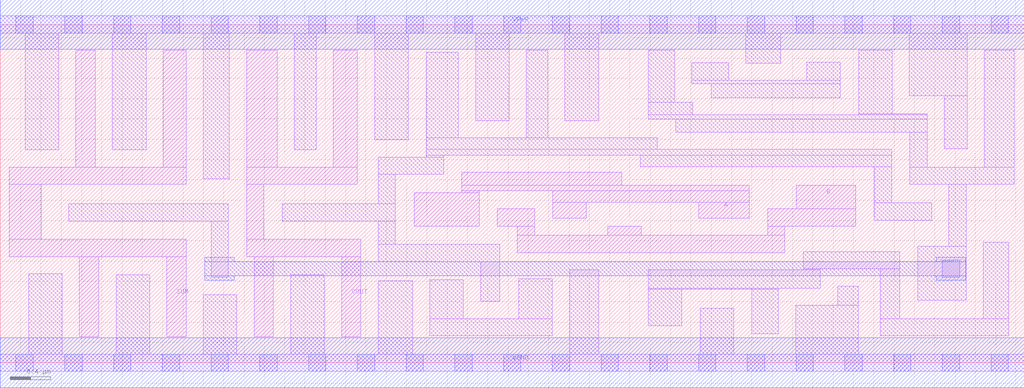
<source format=lef>
# Copyright 2020 The SkyWater PDK Authors
#
# Licensed under the Apache License, Version 2.0 (the "License");
# you may not use this file except in compliance with the License.
# You may obtain a copy of the License at
#
#     https://www.apache.org/licenses/LICENSE-2.0
#
# Unless required by applicable law or agreed to in writing, software
# distributed under the License is distributed on an "AS IS" BASIS,
# WITHOUT WARRANTIES OR CONDITIONS OF ANY KIND, either express or implied.
# See the License for the specific language governing permissions and
# limitations under the License.
#
# SPDX-License-Identifier: Apache-2.0

VERSION 5.7 ;
  NAMESCASESENSITIVE ON ;
  NOWIREEXTENSIONATPIN ON ;
  DIVIDERCHAR "/" ;
  BUSBITCHARS "[]" ;
UNITS
  DATABASE MICRONS 200 ;
END UNITS
MACRO sky130_fd_sc_lp__ha_4
  CLASS CORE ;
  FOREIGN sky130_fd_sc_lp__ha_4 ;
  ORIGIN  0.000000  0.000000 ;
  SIZE  10.08000 BY  3.330000 ;
  SYMMETRY X Y R90 ;
  SITE unit ;
  PIN A
    ANTENNAGATEAREA  1.260000 ;
    DIRECTION INPUT ;
    USE SIGNAL ;
    PORT
      LAYER li1 ;
        RECT 4.075000 1.345000 4.715000 1.675000 ;
        RECT 4.545000 1.675000 4.715000 1.695000 ;
        RECT 4.545000 1.695000 7.375000 1.750000 ;
        RECT 4.545000 1.750000 6.120000 1.875000 ;
        RECT 5.440000 1.425000 5.770000 1.580000 ;
        RECT 5.440000 1.580000 7.375000 1.695000 ;
        RECT 6.875000 1.425000 7.375000 1.580000 ;
    END
  END A
  PIN B
    ANTENNAGATEAREA  1.260000 ;
    DIRECTION INPUT ;
    USE SIGNAL ;
    PORT
      LAYER li1 ;
        RECT 4.895000 1.345000 5.260000 1.515000 ;
        RECT 5.090000 1.085000 7.725000 1.255000 ;
        RECT 5.090000 1.255000 5.260000 1.345000 ;
        RECT 5.980000 1.255000 6.310000 1.345000 ;
        RECT 7.555000 1.255000 7.725000 1.345000 ;
        RECT 7.555000 1.345000 8.425000 1.515000 ;
        RECT 7.835000 1.515000 8.425000 1.750000 ;
    END
  END B
  PIN COUT
    ANTENNADIFFAREA  1.176000 ;
    DIRECTION OUTPUT ;
    USE SIGNAL ;
    PORT
      LAYER li1 ;
        RECT 2.425000 1.045000 3.550000 1.215000 ;
        RECT 2.425000 1.215000 2.595000 1.755000 ;
        RECT 2.425000 1.755000 3.515000 1.925000 ;
        RECT 2.425000 1.925000 2.725000 3.075000 ;
        RECT 2.500000 0.255000 2.690000 1.045000 ;
        RECT 3.280000 1.925000 3.515000 3.075000 ;
        RECT 3.360000 0.255000 3.550000 1.045000 ;
    END
  END COUT
  PIN SUM
    ANTENNADIFFAREA  1.176000 ;
    DIRECTION OUTPUT ;
    USE SIGNAL ;
    PORT
      LAYER li1 ;
        RECT 0.090000 1.045000 1.830000 1.215000 ;
        RECT 0.090000 1.215000 0.405000 1.755000 ;
        RECT 0.090000 1.755000 1.830000 1.925000 ;
        RECT 0.745000 1.925000 0.935000 3.075000 ;
        RECT 0.780000 0.255000 0.970000 1.045000 ;
        RECT 1.605000 1.925000 1.830000 3.075000 ;
        RECT 1.640000 0.255000 1.830000 1.045000 ;
    END
  END SUM
  PIN VGND
    DIRECTION INOUT ;
    USE GROUND ;
    PORT
      LAYER met1 ;
        RECT 0.000000 -0.245000 10.080000 0.245000 ;
    END
  END VGND
  PIN VPWR
    DIRECTION INOUT ;
    USE POWER ;
    PORT
      LAYER met1 ;
        RECT 0.000000 3.085000 10.080000 3.575000 ;
    END
  END VPWR
  OBS
    LAYER li1 ;
      RECT 0.000000 -0.085000 10.080000 0.085000 ;
      RECT 0.000000  3.245000 10.080000 3.415000 ;
      RECT 0.245000  2.095000  0.575000 3.245000 ;
      RECT 0.280000  0.085000  0.610000 0.875000 ;
      RECT 0.675000  1.395000  2.245000 1.565000 ;
      RECT 1.105000  2.095000  1.435000 3.245000 ;
      RECT 1.140000  0.085000  1.470000 0.865000 ;
      RECT 2.000000  0.085000  2.330000 0.670000 ;
      RECT 2.000000  1.810000  2.255000 3.245000 ;
      RECT 2.075000  0.840000  2.245000 1.395000 ;
      RECT 2.775000  1.395000  3.890000 1.565000 ;
      RECT 2.860000  0.085000  3.190000 0.865000 ;
      RECT 2.895000  2.095000  3.110000 3.245000 ;
      RECT 3.685000  2.195000  4.015000 3.245000 ;
      RECT 3.720000  0.085000  4.060000 0.805000 ;
      RECT 3.720000  0.995000  4.920000 1.165000 ;
      RECT 3.720000  1.165000  3.890000 1.395000 ;
      RECT 3.720000  1.565000  3.890000 1.855000 ;
      RECT 3.720000  1.855000  4.365000 2.025000 ;
      RECT 4.195000  2.025000  4.365000 2.045000 ;
      RECT 4.195000  2.045000  8.775000 2.100000 ;
      RECT 4.195000  2.100000  6.470000 2.215000 ;
      RECT 4.195000  2.215000  4.510000 3.055000 ;
      RECT 4.230000  0.265000  5.435000 0.435000 ;
      RECT 4.230000  0.435000  4.560000 0.815000 ;
      RECT 4.680000  2.385000  5.010000 3.245000 ;
      RECT 4.730000  0.605000  4.920000 0.995000 ;
      RECT 5.105000  0.435000  5.435000 0.825000 ;
      RECT 5.180000  2.215000  5.390000 3.075000 ;
      RECT 5.560000  2.385000  5.890000 3.245000 ;
      RECT 5.605000  0.085000  5.890000 0.915000 ;
      RECT 6.300000  1.930000  8.775000 2.045000 ;
      RECT 6.380000  0.365000  6.710000 0.725000 ;
      RECT 6.380000  0.725000  7.660000 0.735000 ;
      RECT 6.380000  0.735000  8.075000 0.915000 ;
      RECT 6.380000  2.395000  9.125000 2.440000 ;
      RECT 6.380000  2.440000  6.820000 2.565000 ;
      RECT 6.380000  2.565000  6.640000 3.075000 ;
      RECT 6.650000  2.270000  9.125000 2.395000 ;
      RECT 6.810000  2.745000  8.270000 2.780000 ;
      RECT 6.810000  2.780000  7.170000 2.955000 ;
      RECT 6.890000  0.085000  7.220000 0.535000 ;
      RECT 7.000000  2.610000  8.270000 2.745000 ;
      RECT 7.340000  2.950000  7.685000 3.245000 ;
      RECT 7.400000  0.285000  7.660000 0.725000 ;
      RECT 7.830000  0.085000  8.445000 0.565000 ;
      RECT 7.905000  0.915000  8.075000 0.925000 ;
      RECT 7.905000  0.925000  8.855000 1.095000 ;
      RECT 7.940000  2.780000  8.270000 2.960000 ;
      RECT 8.245000  0.565000  8.445000 0.755000 ;
      RECT 8.450000  2.440000  9.125000 2.450000 ;
      RECT 8.450000  2.450000  8.780000 3.075000 ;
      RECT 8.605000  1.405000  9.170000 1.575000 ;
      RECT 8.605000  1.575000  8.775000 1.930000 ;
      RECT 8.665000  0.265000  9.930000 0.435000 ;
      RECT 8.665000  0.435000  8.855000 0.925000 ;
      RECT 8.950000  2.630000  9.520000 3.245000 ;
      RECT 8.955000  1.755000  9.985000 1.925000 ;
      RECT 8.955000  1.925000  9.125000 2.270000 ;
      RECT 9.035000  0.615000  9.510000 1.145000 ;
      RECT 9.295000  2.105000  9.520000 2.630000 ;
      RECT 9.340000  1.145000  9.510000 1.755000 ;
      RECT 9.680000  0.435000  9.930000 1.185000 ;
      RECT 9.690000  1.925000  9.985000 3.075000 ;
    LAYER mcon ;
      RECT 0.155000 -0.085000 0.325000 0.085000 ;
      RECT 0.155000  3.245000 0.325000 3.415000 ;
      RECT 0.635000 -0.085000 0.805000 0.085000 ;
      RECT 0.635000  3.245000 0.805000 3.415000 ;
      RECT 1.115000 -0.085000 1.285000 0.085000 ;
      RECT 1.115000  3.245000 1.285000 3.415000 ;
      RECT 1.595000 -0.085000 1.765000 0.085000 ;
      RECT 1.595000  3.245000 1.765000 3.415000 ;
      RECT 2.075000 -0.085000 2.245000 0.085000 ;
      RECT 2.075000  3.245000 2.245000 3.415000 ;
      RECT 2.555000 -0.085000 2.725000 0.085000 ;
      RECT 2.555000  3.245000 2.725000 3.415000 ;
      RECT 3.035000 -0.085000 3.205000 0.085000 ;
      RECT 3.035000  3.245000 3.205000 3.415000 ;
      RECT 3.515000 -0.085000 3.685000 0.085000 ;
      RECT 3.515000  3.245000 3.685000 3.415000 ;
      RECT 3.995000 -0.085000 4.165000 0.085000 ;
      RECT 3.995000  3.245000 4.165000 3.415000 ;
      RECT 4.475000 -0.085000 4.645000 0.085000 ;
      RECT 4.475000  3.245000 4.645000 3.415000 ;
      RECT 4.955000 -0.085000 5.125000 0.085000 ;
      RECT 4.955000  3.245000 5.125000 3.415000 ;
      RECT 5.435000 -0.085000 5.605000 0.085000 ;
      RECT 5.435000  3.245000 5.605000 3.415000 ;
      RECT 5.915000 -0.085000 6.085000 0.085000 ;
      RECT 5.915000  3.245000 6.085000 3.415000 ;
      RECT 6.395000 -0.085000 6.565000 0.085000 ;
      RECT 6.395000  3.245000 6.565000 3.415000 ;
      RECT 6.875000 -0.085000 7.045000 0.085000 ;
      RECT 6.875000  3.245000 7.045000 3.415000 ;
      RECT 7.355000 -0.085000 7.525000 0.085000 ;
      RECT 7.355000  3.245000 7.525000 3.415000 ;
      RECT 7.835000 -0.085000 8.005000 0.085000 ;
      RECT 7.835000  3.245000 8.005000 3.415000 ;
      RECT 8.315000 -0.085000 8.485000 0.085000 ;
      RECT 8.315000  3.245000 8.485000 3.415000 ;
      RECT 8.795000 -0.085000 8.965000 0.085000 ;
      RECT 8.795000  3.245000 8.965000 3.415000 ;
      RECT 9.275000 -0.085000 9.445000 0.085000 ;
      RECT 9.275000  0.840000 9.445000 1.010000 ;
      RECT 9.275000  3.245000 9.445000 3.415000 ;
      RECT 9.755000 -0.085000 9.925000 0.085000 ;
      RECT 9.755000  3.245000 9.925000 3.415000 ;
    LAYER met1 ;
      RECT 2.015000 0.810000 2.305000 0.855000 ;
      RECT 2.015000 0.855000 9.505000 0.995000 ;
      RECT 2.015000 0.995000 2.305000 1.040000 ;
      RECT 9.215000 0.810000 9.505000 0.855000 ;
      RECT 9.215000 0.995000 9.505000 1.040000 ;
  END
END sky130_fd_sc_lp__ha_4
END LIBRARY

</source>
